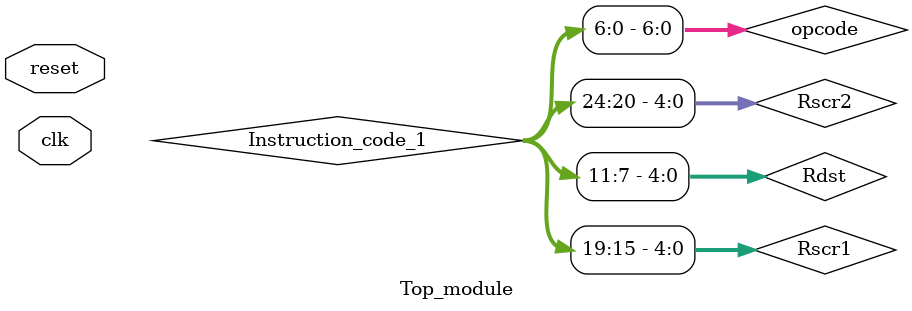
<source format=v>
`timescale 1ns / 1ps
module Top_module(
input clk,reset
    );
wire [1:0]forward1,forward2;
wire[31:0] PC;
wire Mem_write,Mem_write_1,Mem_write_2,Jump,Jump_1,clk_stall,stall;
wire  [31:0]Instruction_code,Instruction_code_1;
wire[6:0]  Function7,Function7_1;
wire[6:0] opcode,opcode_1;
wire[4:0]  Rdst,Rdst_1,Rdst_2,Rdst_3,Rscr2_r,Rscr1_r;
wire[4:0] Rscr1,Rscr2,Rscr2_1,Rscr1_1,Rdst_r;
wire[2:0] Function3,Function3_1;
wire [1:0] ImmSel,ALUOp,ALUOp_1;
wire Zero,Branch,Flush,PCSrc,z_1,Mem_Read,Mem_Read_1,Mem_Read_2,z,Mem_Reg,Mem_Reg_1,Mem_Reg_2,Mem_Reg_3,Regwrite,Regwrite_1,Regwrite_2,Regwrite_3,ALUSrc,ALUSrc_1;
wire  [31:0] Read_Data_1,Read_Data_1_1,Read_Data_2_1,Read_Data_2,ALU_result,ALU_result_1,ALU_result_2,B,
Read_data_mem,Write_Data_to_reg,sign_extended,out_1,out_2;
wire[31:0]Imm_out1,Imm_out1_1,Read_Data_2_2;
wire  [31:0] PC_plus_x,PC_1;
wire [31:0] Immediate,data_to_reg_in_jmp,data_to_reg_in_jmp_1,data_to_reg_in_jmp_2,data_to_reg_in_jmp_3;
wire[32:0] Lef_1,Lef_1_1;

assign {Function7,Rscr2,Rscr1,Function3,Rdst,opcode}=Instruction_code_1;//r -type instruction


INSTRUCTION_Fetch Fetch_block( clk_stall,reset,Branch,Jump,z,Flush,Lef_1,Instruction_code,PC  );//Fetch unit 1st stage

 IF_ID_stage STAGE1(clk_stall, Instruction_code,Instruction_code_1);


INSTRUCTION_decode Control_gen_block(clk,stall,reset,Write_Data_to_reg,Instruction_code_1,PC,
Regwrite_3,Rdst_3,Rdst,Rscr1,Rscr2, opcode,Function7,Function3,
Regwrite, ALUSrc, Branch, Mem_write, Mem_Reg, Mem_Read, Jump,z,ALUOp, Read_Data_1,
Read_Data_2,Imm_out1,data_to_reg_in_jmp,Lef_1,Rdst_r,Rscr1_r,Rscr2_r);//2nd stage


 ID_EX_stage STAGE2(clk,ALUSrc,Regwrite,Branch,Jump,z,Mem_Reg,Mem_Read,
 Rscr2_r,Rscr1_r,ALUOp,Rdst_r,opcode,Function7,
 Function3,Read_Data_1,Read_Data_2,Imm_out1,data_to_reg_in_jmp,Lef_1,Mem_write,
 Mem_write_1,ALUSrc_1,Regwrite_1,Branch_1,Jump_1,z_1,
 Mem_Reg_1,Mem_Read_1,ALUOp_1,Rdst_1,opcode_1,Function7_1,Function3_1,Read_Data_1_1,Read_Data_2_1,
 Imm_out1_1,data_to_reg_in_jmp_1,Lef_1_1,Rscr2_1,Rscr1_1);
 
EXECUTION_UNIT ALU_unit(Read_Data_1_1,Read_Data_2_1,ALU_result_1,data_to_reg_in_jmp_1,
Write_Data_to_reg,Imm_out1_1,forward1,forward2,opcode_1,Function7_1,
Function3_1,ALUSrc_1,Jump_1, ALUOp_1,ALU_result, Zero,out_1,out_2);//3 rd stage
 
 
 EX_mem_stage STAGE3(clk,Regwrite_1,Mem_Read_1, Rdst_1,ALU_result,out_2,
 data_to_reg_in_jmp_1,Mem_write_1,Mem_Reg_1,Mem_Reg_2,Mem_write_2, 
 Regwrite_2,Mem_Read_2,Rdst_2, ALU_result_1,Read_Data_2_2,data_to_reg_in_jmp_2);
 
 
 data_memory s9(clk,reset,Mem_write_2,Mem_Read_2,ALU_result_1,Read_Data_2_2, Read_data_mem );//4th stage
 
 
 mem_wb_stage STAGE4(clk,Regwrite_2,Mem_Reg_2,Rdst_2,ALU_result_1,
 data_to_reg_in_jmp_2, Regwrite_3,Mem_Reg_3,Rdst_3, ALU_result_2,data_to_reg_in_jmp_3);
 
 
 
 MUX DATA_FROM_MEM_OR_ALU_RESULT_TO_REG_MEM(Read_data_mem,
ALU_result_2, Mem_Reg_3,Write_Data_to_reg);//5th stage
 
FORWARD_UNIT forward_unit(Rscr1_1,Rscr2_1,Rdst_2,Rdst_3, Mem_Read_1,Mem_write_1,Regwrite_2,Regwrite_3, forward1, forward2);

Branch_predictor_static_not_take for_flushing(Branch,z,Flush);


 STALL_UNIT FOR_STALLING(clk,Mem_Read_1,Rdst_1,Rscr1_r,Rscr2_r,clk_stall,stall );


endmodule

</source>
